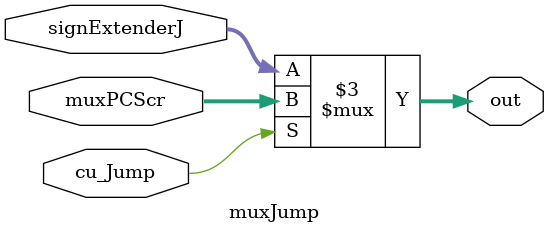
<source format=v>
module muxJump (muxPCScr, signExtenderJ, out, cu_Jump);
  input cu_Jump;
  input [31:0] muxPCScr;
  input [31:0] signExtenderJ;
  output reg [31:0] out;

  always @ ( * ) begin
    if(cu_Jump)
      out = muxPCScr;
    else
      out = signExtenderJ;
  end
endmodule // muxJumpcu_jump

</source>
